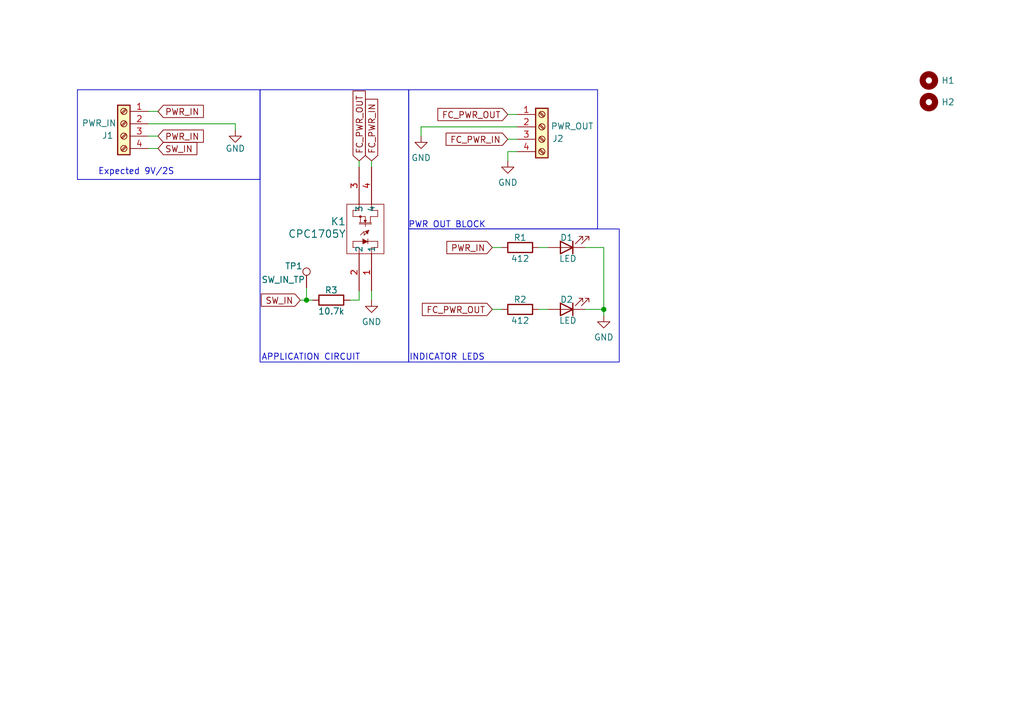
<source format=kicad_sch>
(kicad_sch (version 20250114) (generator "eeschema") (generator_version "9.0")
  (paper "A5")
  (lib_symbols
    (symbol "CPC1705Y:CPC1705Y" (pin_names (offset 0.254))
      (property "Reference" "K" (at 12.7 7.62 0))
      (property "Value" "CPC1705Y" (at 12.7 5.08 0))
      (symbol "CPC1705Y_0_1"
        (polyline (pts (xy 7.62 2.54) (xy 7.62 -5.08)) (stroke (width 0.127)))
        (polyline (pts (xy 7.62 0) (xy 8.89 0)) (stroke (width 0.127)))
        (polyline (pts (xy 7.62 -2.54) (xy 8.89 -2.54)) (stroke (width 0.127)))
        (polyline (pts (xy 7.62 -5.08) (xy 17.78 -5.08)) (stroke (width 0.127)))
        (polyline (pts (xy 8.89 1.27) (xy 8.89 0)) (stroke (width 0.127)))
        (polyline (pts (xy 8.89 1.27) (xy 10.16 1.27)) (stroke (width 0.127)))
        (polyline (pts (xy 8.89 -2.54) (xy 8.89 -3.81)) (stroke (width 0.127)))
        (polyline (pts (xy 9.652 -0.762) (xy 10.668 -0.762)) (stroke (width 0.127)))
        (polyline (pts (xy 10.16 1.27) (xy 10.16 -0.762)) (stroke (width 0.127)))
        (polyline (pts (xy 10.16 -0.762) (xy 9.652 -1.778) (xy 10.668 -1.778)) (fill (type outline)))
        (polyline (pts (xy 10.16 -1.778) (xy 10.16 -3.81)) (stroke (width 0.127)))
        (polyline (pts (xy 10.16 -3.81) (xy 8.89 -3.81)) (stroke (width 0.127)))
        (polyline (pts (xy 11.43 -1.524) (xy 11.938 -1.016)) (stroke (width 0.127)))
        (polyline (pts (xy 11.43 -2.286) (xy 12.192 -1.524)) (stroke (width 0.127)))
        (polyline (pts (xy 11.684 -0.762) (xy 12.192 -1.27) (xy 12.446 -0.508)) (fill (type outline)))
        (polyline (pts (xy 12.192 -1.524) (xy 11.43 -1.524)) (stroke (width 0.127)))
        (polyline (pts (xy 13.208 -1.27) (xy 13.716 -1.27)) (stroke (width 0.127)))
        (polyline (pts (xy 13.716 0) (xy 13.716 -2.54)) (stroke (width 0.127)))
        (polyline (pts (xy 13.97 0) (xy 13.97 -2.54)) (stroke (width 0.127)))
        (polyline (pts (xy 13.97 -0.254) (xy 15.24 -0.254)) (stroke (width 0.127)))
        (polyline (pts (xy 13.97 -1.27) (xy 14.478 -1.524) (xy 14.478 -1.016)) (fill (type outline)))
        (polyline (pts (xy 13.97 -2.286) (xy 15.24 -2.286)) (stroke (width 0.127)))
        (polyline (pts (xy 14.478 -1.27) (xy 15.24 -1.27)) (stroke (width 0.127)))
        (polyline (pts (xy 15.24 1.27) (xy 16.51 1.27)) (stroke (width 0.127)))
        (polyline (pts (xy 15.24 -0.254) (xy 15.24 1.27)) (stroke (width 0.127)))
        (polyline (pts (xy 15.24 -1.27) (xy 15.24 -3.81)) (stroke (width 0.127)))
        (circle (center 15.24 -2.286) (radius 0.127) (stroke (width 0.254)))
        (polyline (pts (xy 15.24 -3.81) (xy 16.51 -3.81)) (stroke (width 0.127)))
        (polyline (pts (xy 16.51 1.27) (xy 16.51 0)) (stroke (width 0.127)))
        (polyline (pts (xy 16.51 0) (xy 17.78 0)) (stroke (width 0.127)))
        (polyline (pts (xy 16.51 -2.54) (xy 17.78 -2.54)) (stroke (width 0.127)))
        (polyline (pts (xy 16.51 -3.81) (xy 16.51 -2.54)) (stroke (width 0.127)))
        (polyline (pts (xy 17.78 2.54) (xy 7.62 2.54)) (stroke (width 0.127)))
        (polyline (pts (xy 17.78 -5.08) (xy 17.78 2.54)) (stroke (width 0.127)))
        (pin unspecified line (at 0 0 0) (length 7.62) (name "1") (number "1"))
        (pin unspecified line (at 0 -2.54 0) (length 7.62) (name "2") (number "2"))
        (pin unspecified line (at 25.4 0 180) (length 7.62) (name "4") (number "4"))
        (pin unspecified line (at 25.4 -2.54 180) (length 7.62) (name "3") (number "3"))
      )
    )
    (symbol "Connector:Screw_Terminal_01x04" (pin_names (offset 1.016) (hide yes))
      (property "Reference" "J" (at 0 5.08 0))
      (property "Value" "Screw_Terminal_01x04" (at 0 -7.62 0))
      (symbol "Screw_Terminal_01x04_1_1"
        (rectangle (start -1.27 3.81) (end 1.27 -6.35) (stroke (width 0.254)) (fill (type background)))
        (polyline (pts (xy -0.5334 2.8702) (xy 0.3302 2.032)) (stroke (width 0.1524)))
        (polyline (pts (xy -0.5334 0.3302) (xy 0.3302 -0.508)) (stroke (width 0.1524)))
        (polyline (pts (xy -0.5334 -2.2098) (xy 0.3302 -3.048)) (stroke (width 0.1524)))
        (polyline (pts (xy -0.5334 -4.7498) (xy 0.3302 -5.588)) (stroke (width 0.1524)))
        (polyline (pts (xy -0.3556 3.048) (xy 0.508 2.2098)) (stroke (width 0.1524)))
        (polyline (pts (xy -0.3556 0.508) (xy 0.508 -0.3302)) (stroke (width 0.1524)))
        (polyline (pts (xy -0.3556 -2.032) (xy 0.508 -2.8702)) (stroke (width 0.1524)))
        (polyline (pts (xy -0.3556 -4.572) (xy 0.508 -5.4102)) (stroke (width 0.1524)))
        (circle (center 0 2.54) (radius 0.635) (stroke (width 0.1524)))
        (circle (center 0 0) (radius 0.635) (stroke (width 0.1524)))
        (circle (center 0 -2.54) (radius 0.635) (stroke (width 0.1524)))
        (circle (center 0 -5.08) (radius 0.635) (stroke (width 0.1524)))
        (pin passive line (at -5.08 2.54 0) (length 3.81) (name "Pin_1") (number "1"))
        (pin passive line (at -5.08 0 0) (length 3.81) (name "Pin_2") (number "2"))
        (pin passive line (at -5.08 -2.54 0) (length 3.81) (name "Pin_3") (number "3"))
        (pin passive line (at -5.08 -5.08 0) (length 3.81) (name "Pin_4") (number "4"))
      )
    )
    (symbol "Connector:TestPoint" (pin_numbers (hide yes)) (pin_names (offset 0.762) (hide yes))
      (property "Reference" "TP" (at 0 6.858 0))
      (property "Value" "TestPoint" (at 0 5.08 0))
      (symbol "TestPoint_0_1"
        (circle (center 0 3.302) (radius 0.762))
      )
      (symbol "TestPoint_1_1"
        (pin passive line (at 0 0 90) (length 2.54) (name "1") (number "1"))
      )
    )
    (symbol "Device:LED" (pin_numbers (hide yes)) (pin_names (offset 1.016) (hide yes))
      (property "Reference" "D" (at 0 2.54 0))
      (property "Value" "LED" (at 0 -2.54 0))
      (symbol "LED_0_1"
        (polyline (pts (xy -3.048 -0.762) (xy -4.572 -2.286) (xy -3.81 -2.286) (xy -4.572 -2.286) (xy -4.572 -1.524)))
        (polyline (pts (xy -1.778 -0.762) (xy -3.302 -2.286) (xy -2.54 -2.286) (xy -3.302 -2.286) (xy -3.302 -1.524)))
        (polyline (pts (xy -1.27 0) (xy 1.27 0)))
        (polyline (pts (xy -1.27 -1.27) (xy -1.27 1.27)) (stroke (width 0.254)))
        (polyline (pts (xy 1.27 -1.27) (xy 1.27 1.27) (xy -1.27 0) (xy 1.27 -1.27)) (stroke (width 0.254)))
      )
      (symbol "LED_1_1"
        (pin passive line (at -3.81 0 0) (length 2.54) (name "K") (number "1"))
        (pin passive line (at 3.81 0 180) (length 2.54) (name "A") (number "2"))
      )
    )
    (symbol "Device:R" (pin_numbers (hide yes)) (pin_names (offset 0))
      (property "Reference" "R" (at 2.032 0 90))
      (property "Value" "R" (at 0 0 90))
      (symbol "R_0_1"
        (rectangle (start -1.016 -2.54) (end 1.016 2.54) (stroke (width 0.254)))
      )
      (symbol "R_1_1"
        (pin passive line (at 0 3.81 270) (length 1.27) (name "~") (number "1"))
        (pin passive line (at 0 -3.81 90) (length 1.27) (name "~") (number "2"))
      )
    )
    (symbol "Mechanical:MountingHole" (pin_names (offset 1.016)) (in_bom no)
      (property "Reference" "H" (at 0 5.08 0))
      (property "Value" "MountingHole" (at 0 3.175 0))
      (symbol "MountingHole_0_1"
        (circle (center 0 0) (radius 1.27) (stroke (width 1.27)))
      )
    )
    (symbol "power:GND" (power) (pin_numbers (hide yes)) (pin_names (offset 0) (hide yes))
      (property "Value" "GND" (at 0 -3.81 0))
      (symbol "GND_0_1"
        (polyline (pts (xy 0 0) (xy 0 -1.27) (xy 1.27 -1.27) (xy 0 -2.54) (xy -1.27 -1.27) (xy 0 -1.27)))
      )
      (symbol "GND_1_1"
        (pin power_in line (at 0 0 270) (length 0) (name "~") (number "1"))
      )
    )
  )
  (rectangle (start 15.875 18.415) (end 53.34 36.83))
  (rectangle (start 53.34 18.415) (end 83.82 74.295))
  (rectangle (start 83.82 46.99) (end 127 74.295))
  (rectangle (start 83.82 18.415) (end 122.555 46.99))
  (text "APPLICATION CIRCUIT" (at 63.754 73.406 0) (effects (font (size 1.27 1.27))))
  (text "INDICATOR LEDS" (at 91.694 73.406 0) (effects (font (size 1.27 1.27))))
  (text "Expected 9V/2S" (at 27.94 35.306 0) (effects (font (size 1.27 1.27))))
  (text "PWR OUT BLOCK" (at 91.694 46.228 0) (effects (font (size 1.27 1.27))))
  (junction (at 62.865 61.595))
  (junction (at 123.825 63.5))
  (wire (pts (xy 104.14 31.115) (xy 106.045 31.115)))
  (wire (pts (xy 30.48 27.94) (xy 32.385 27.94)))
  (wire (pts (xy 48.26 25.4) (xy 48.26 26.67)))
  (wire (pts (xy 100.965 50.8) (xy 102.87 50.8)))
  (wire (pts (xy 104.14 31.115) (xy 104.14 33.02)))
  (wire (pts (xy 73.66 33.02) (xy 73.66 34.29)))
  (wire (pts (xy 112.395 63.5) (xy 110.49 63.5)))
  (wire (pts (xy 73.66 61.595) (xy 71.755 61.595)))
  (wire (pts (xy 30.48 22.86) (xy 32.385 22.86)))
  (wire (pts (xy 123.825 63.5) (xy 123.825 64.77)))
  (wire (pts (xy 64.135 61.595) (xy 62.865 61.595)))
  (wire (pts (xy 30.48 30.48) (xy 32.385 30.48)))
  (wire (pts (xy 76.2 33.02) (xy 76.2 34.29)))
  (wire (pts (xy 73.66 59.69) (xy 73.66 61.595)))
  (wire (pts (xy 120.015 63.5) (xy 123.825 63.5)))
  (wire (pts (xy 86.36 26.035) (xy 86.36 27.94)))
  (wire (pts (xy 100.965 63.5) (xy 102.87 63.5)))
  (wire (pts (xy 112.395 50.8) (xy 110.49 50.8)))
  (wire (pts (xy 123.825 50.8) (xy 123.825 63.5)))
  (wire (pts (xy 62.865 61.595) (xy 61.595 61.595)))
  (wire (pts (xy 30.48 25.4) (xy 48.26 25.4)))
  (wire (pts (xy 76.2 61.595) (xy 76.2 59.69)))
  (wire (pts (xy 104.14 23.495) (xy 106.045 23.495)))
  (wire (pts (xy 86.36 26.035) (xy 106.045 26.035)))
  (wire (pts (xy 62.865 59.055) (xy 62.865 61.595)))
  (wire (pts (xy 120.015 50.8) (xy 123.825 50.8)))
  (wire (pts (xy 104.14 28.575) (xy 106.045 28.575)))
  (global_label "FC_PWR_IN" (shape input) (at 104.14 28.575 180) (property "Intersheetrefs" "${INTERSHEET_REFS}" (effects (hide yes))))
  (global_label "SW_IN" (shape input) (at 61.595 61.595 180) (property "Intersheetrefs" "${INTERSHEET_REFS}" (effects (hide yes))))
  (global_label "FC_PWR_OUT" (shape input) (at 100.965 63.5 180) (property "Intersheetrefs" "${INTERSHEET_REFS}" (effects (hide yes))))
  (global_label "SW_IN" (shape input) (at 32.385 30.48 0) (property "Intersheetrefs" "${INTERSHEET_REFS}" (effects (hide yes))))
  (global_label "FC_PWR_OUT" (shape input) (at 73.66 33.02 90) (property "Intersheetrefs" "${INTERSHEET_REFS}" (effects (hide yes))))
  (global_label "FC_PWR_OUT" (shape input) (at 104.14 23.495 180) (property "Intersheetrefs" "${INTERSHEET_REFS}" (effects (hide yes))))
  (global_label "PWR_IN" (shape input) (at 100.965 50.8 180) (property "Intersheetrefs" "${INTERSHEET_REFS}" (effects (hide yes))))
  (global_label "FC_PWR_IN" (shape input) (at 76.2 33.02 90) (property "Intersheetrefs" "${INTERSHEET_REFS}" (effects (hide yes))))
  (global_label "PWR_IN" (shape input) (at 32.385 27.94 0) (property "Intersheetrefs" "${INTERSHEET_REFS}" (effects (hide yes))))
  (global_label "PWR_IN" (shape input) (at 32.385 22.86 0) (property "Intersheetrefs" "${INTERSHEET_REFS}" (effects (hide yes))))
  (symbol (lib_id "Device:LED") (at 116.205 63.5 180) (unit 1)
    (property "Reference" "D2" (at 116.205 61.468 0))
    (property "Value" "LED" (at 116.459 65.786 0))
    (property "Footprint" "LED_THT:LED_D3.0mm" (effects (hide yes)))
    (property "Description" "Light emitting diode" (effects (hide yes)))
    (property "Sim.Pins" "1=K 2=A" (effects (hide yes)))
  )
  (symbol (lib_id "Connector:TestPoint") (at 62.865 59.055 0) (unit 1)
    (property "Reference" "TP1" (at 58.42 54.61 0) (effects (justify left)))
    (property "Value" "SW_IN_TP" (at 53.594 57.404 0) (effects (justify left)))
    (property "Footprint" "TestPoint:TestPoint_Pad_1.0x1.0mm" (effects (hide yes)))
    (property "Description" "test point" (effects (hide yes)))
  )
  (symbol (lib_id "power:GND") (at 86.36 27.94 0) (mirror y) (unit 1)
    (property "Reference" "#PWR02" (effects (hide yes)))
    (property "Value" "GND" (at 86.36 32.385 0))
    (property "Description" "Power symbol creates a global label with name \"GND\" , ground" (effects (hide yes)))
  )
  (symbol (lib_id "CPC1705Y:CPC1705Y") (at 76.2 59.69 270) (mirror x) (unit 1)
    (property "Reference" "K1" (at 70.993 45.466 90) (effects (font (size 1.524 1.524)) (justify right)))
    (property "Value" "CPC1705Y" (at 70.993 48.006 90) (effects (font (size 1.524 1.524)) (justify right)))
    (property "Footprint" "CPC1705Y:CPC1705Y_IXY" (effects (hide yes)))
    (property "Datasheet" "CPC1705Y" (effects (hide yes)))
  )
  (symbol (lib_id "Connector:Screw_Terminal_01x04") (at 25.4 25.4 0) (mirror y) (unit 1)
    (property "Reference" "J1" (at 22.098 27.813 0))
    (property "Value" "PWR_IN" (at 20.32 25.273 0))
    (property "Footprint" "TerminalBlock_Phoenix:TerminalBlock_Phoenix_PT-1,5-4-3.5-H_1x04_P3.50mm_Horizontal" (effects (hide yes)))
    (property "Description" "Generic screw terminal, single row, 01x04, script generated (kicad-library-utils/schlib/autogen/connector/)" (effects (hide yes)))
  )
  (symbol (lib_id "power:GND") (at 76.2 61.595 0) (unit 1)
    (property "Reference" "#PWR03" (effects (hide yes)))
    (property "Value" "GND" (at 76.2 66.04 0))
    (property "Description" "Power symbol creates a global label with name \"GND\" , ground" (effects (hide yes)))
  )
  (symbol (lib_id "Device:R") (at 67.945 61.595 90) (unit 1)
    (property "Reference" "R3" (at 67.945 59.563 90))
    (property "Value" "10.7k" (at 67.945 63.881 90))
    (property "Footprint" "Resistor_SMD:R_1206_3216Metric_Pad1.30x1.75mm_HandSolder" (effects (hide yes)))
    (property "Description" "Resistor" (effects (hide yes)))
  )
  (symbol (lib_id "Device:LED") (at 116.205 50.8 180) (unit 1)
    (property "Reference" "D1" (at 116.205 48.768 0))
    (property "Value" "LED" (at 116.459 53.086 0))
    (property "Footprint" "LED_THT:LED_D3.0mm" (effects (hide yes)))
    (property "Description" "Light emitting diode" (effects (hide yes)))
    (property "Sim.Pins" "1=K 2=A" (effects (hide yes)))
  )
  (symbol (lib_id "Mechanical:MountingHole") (at 190.5 20.955 0) (unit 1) (in_bom no)
    (property "Reference" "H2" (at 193.04 20.9549 0) (effects (justify left)))
    (property "Value" "MountingHole" (effects (hide yes)))
    (property "Footprint" "MountingHole:MountingHole_3.2mm_M3" (effects (hide yes)))
    (property "Description" "Mounting Hole without connection" (effects (hide yes)))
  )
  (symbol (lib_id "Device:R") (at 106.68 50.8 90) (unit 1)
    (property "Reference" "R1" (at 106.68 48.768 90))
    (property "Value" "412" (at 106.68 53.086 90))
    (property "Footprint" "Resistor_SMD:R_1206_3216Metric_Pad1.30x1.75mm_HandSolder" (effects (hide yes)))
    (property "Description" "Resistor" (effects (hide yes)))
  )
  (symbol (lib_id "Connector:Screw_Terminal_01x04") (at 111.125 26.035 0) (unit 1)
    (property "Reference" "J2" (at 114.427 28.448 0))
    (property "Value" "PWR_OUT" (at 117.348 25.908 0))
    (property "Footprint" "TerminalBlock_Phoenix:TerminalBlock_Phoenix_PT-1,5-4-3.5-H_1x04_P3.50mm_Horizontal" (effects (hide yes)))
    (property "Description" "Generic screw terminal, single row, 01x04, script generated (kicad-library-utils/schlib/autogen/connector/)" (effects (hide yes)))
  )
  (symbol (lib_id "power:GND") (at 123.825 64.77 0) (mirror y) (unit 1)
    (property "Reference" "#PWR04" (effects (hide yes)))
    (property "Value" "GND" (at 123.825 69.215 0))
    (property "Description" "Power symbol creates a global label with name \"GND\" , ground" (effects (hide yes)))
  )
  (symbol (lib_id "Mechanical:MountingHole") (at 190.5 16.51 0) (unit 1) (in_bom no)
    (property "Reference" "H1" (at 193.04 16.5099 0) (effects (justify left)))
    (property "Value" "MountingHole" (effects (hide yes)))
    (property "Footprint" "MountingHole:MountingHole_3.2mm_M3" (effects (hide yes)))
    (property "Description" "Mounting Hole without connection" (effects (hide yes)))
  )
  (symbol (lib_id "Device:R") (at 106.68 63.5 90) (unit 1)
    (property "Reference" "R2" (at 106.68 61.468 90))
    (property "Value" "412" (at 106.68 65.786 90))
    (property "Footprint" "Resistor_SMD:R_1206_3216Metric_Pad1.30x1.75mm_HandSolder" (effects (hide yes)))
    (property "Description" "Resistor" (effects (hide yes)))
  )
  (symbol (lib_id "power:GND") (at 48.26 26.67 0) (unit 1)
    (property "Reference" "#PWR01" (effects (hide yes)))
    (property "Value" "GND" (at 48.26 30.48 0))
    (property "Description" "Power symbol creates a global label with name \"GND\" , ground" (effects (hide yes)))
  )
  (symbol (lib_id "power:GND") (at 104.14 33.02 0) (mirror y) (unit 1)
    (property "Reference" "#PWR05" (effects (hide yes)))
    (property "Value" "GND" (at 104.14 37.465 0))
    (property "Description" "Power symbol creates a global label with name \"GND\" , ground" (effects (hide yes)))
  )
)
</source>
